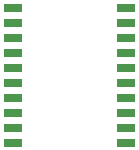
<source format=gbr>
G04 EAGLE Gerber RS-274X export*
G75*
%MOMM*%
%FSLAX34Y34*%
%LPD*%
%INSolderpaste Top*%
%IPPOS*%
%AMOC8*
5,1,8,0,0,1.08239X$1,22.5*%
G01*
G04 Define Apertures*
%ADD10R,1.650000X0.650000*%
D10*
X128950Y280646D03*
X128950Y267946D03*
X128950Y255246D03*
X128950Y242546D03*
X128950Y229846D03*
X128950Y217146D03*
X128950Y204446D03*
X128950Y191746D03*
X128950Y179046D03*
X128950Y166346D03*
X224450Y166346D03*
X224450Y179046D03*
X224450Y191746D03*
X224450Y204446D03*
X224450Y217146D03*
X224450Y229846D03*
X224450Y242546D03*
X224450Y255246D03*
X224450Y267946D03*
X224450Y280646D03*
M02*

</source>
